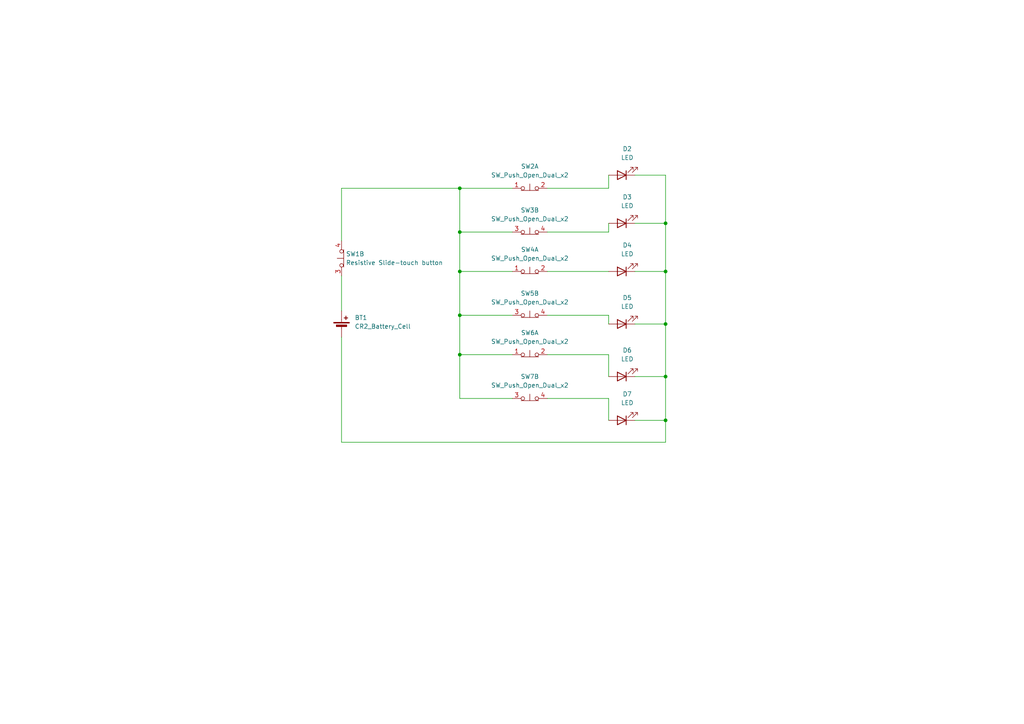
<source format=kicad_sch>
(kicad_sch
	(version 20231120)
	(generator "eeschema")
	(generator_version "8.0")
	(uuid "926fa2bd-52c0-45be-8441-f3f72e69f1df")
	(paper "A4")
	(lib_symbols
		(symbol "Device:Battery_Cell"
			(pin_numbers hide)
			(pin_names
				(offset 0) hide)
			(exclude_from_sim no)
			(in_bom yes)
			(on_board yes)
			(property "Reference" "BT"
				(at 2.54 2.54 0)
				(effects
					(font
						(size 1.27 1.27)
					)
					(justify left)
				)
			)
			(property "Value" "Battery_Cell"
				(at 2.54 0 0)
				(effects
					(font
						(size 1.27 1.27)
					)
					(justify left)
				)
			)
			(property "Footprint" ""
				(at 0 1.524 90)
				(effects
					(font
						(size 1.27 1.27)
					)
					(hide yes)
				)
			)
			(property "Datasheet" "~"
				(at 0 1.524 90)
				(effects
					(font
						(size 1.27 1.27)
					)
					(hide yes)
				)
			)
			(property "Description" "Single-cell battery"
				(at 0 0 0)
				(effects
					(font
						(size 1.27 1.27)
					)
					(hide yes)
				)
			)
			(property "ki_keywords" "battery cell"
				(at 0 0 0)
				(effects
					(font
						(size 1.27 1.27)
					)
					(hide yes)
				)
			)
			(symbol "Battery_Cell_0_1"
				(rectangle
					(start -2.286 1.778)
					(end 2.286 1.524)
					(stroke
						(width 0)
						(type default)
					)
					(fill
						(type outline)
					)
				)
				(rectangle
					(start -1.524 1.016)
					(end 1.524 0.508)
					(stroke
						(width 0)
						(type default)
					)
					(fill
						(type outline)
					)
				)
				(polyline
					(pts
						(xy 0 0.762) (xy 0 0)
					)
					(stroke
						(width 0)
						(type default)
					)
					(fill
						(type none)
					)
				)
				(polyline
					(pts
						(xy 0 1.778) (xy 0 2.54)
					)
					(stroke
						(width 0)
						(type default)
					)
					(fill
						(type none)
					)
				)
				(polyline
					(pts
						(xy 0.762 3.048) (xy 1.778 3.048)
					)
					(stroke
						(width 0.254)
						(type default)
					)
					(fill
						(type none)
					)
				)
				(polyline
					(pts
						(xy 1.27 3.556) (xy 1.27 2.54)
					)
					(stroke
						(width 0.254)
						(type default)
					)
					(fill
						(type none)
					)
				)
			)
			(symbol "Battery_Cell_1_1"
				(pin passive line
					(at 0 5.08 270)
					(length 2.54)
					(name "+"
						(effects
							(font
								(size 1.27 1.27)
							)
						)
					)
					(number "1"
						(effects
							(font
								(size 1.27 1.27)
							)
						)
					)
				)
				(pin passive line
					(at 0 -2.54 90)
					(length 2.54)
					(name "-"
						(effects
							(font
								(size 1.27 1.27)
							)
						)
					)
					(number "2"
						(effects
							(font
								(size 1.27 1.27)
							)
						)
					)
				)
			)
		)
		(symbol "Device:LED"
			(pin_numbers hide)
			(pin_names
				(offset 1.016) hide)
			(exclude_from_sim no)
			(in_bom yes)
			(on_board yes)
			(property "Reference" "D"
				(at 0 2.54 0)
				(effects
					(font
						(size 1.27 1.27)
					)
				)
			)
			(property "Value" "LED"
				(at 0 -2.54 0)
				(effects
					(font
						(size 1.27 1.27)
					)
				)
			)
			(property "Footprint" ""
				(at 0 0 0)
				(effects
					(font
						(size 1.27 1.27)
					)
					(hide yes)
				)
			)
			(property "Datasheet" "~"
				(at 0 0 0)
				(effects
					(font
						(size 1.27 1.27)
					)
					(hide yes)
				)
			)
			(property "Description" "Light emitting diode"
				(at 0 0 0)
				(effects
					(font
						(size 1.27 1.27)
					)
					(hide yes)
				)
			)
			(property "ki_keywords" "LED diode"
				(at 0 0 0)
				(effects
					(font
						(size 1.27 1.27)
					)
					(hide yes)
				)
			)
			(property "ki_fp_filters" "LED* LED_SMD:* LED_THT:*"
				(at 0 0 0)
				(effects
					(font
						(size 1.27 1.27)
					)
					(hide yes)
				)
			)
			(symbol "LED_0_1"
				(polyline
					(pts
						(xy -1.27 -1.27) (xy -1.27 1.27)
					)
					(stroke
						(width 0.254)
						(type default)
					)
					(fill
						(type none)
					)
				)
				(polyline
					(pts
						(xy -1.27 0) (xy 1.27 0)
					)
					(stroke
						(width 0)
						(type default)
					)
					(fill
						(type none)
					)
				)
				(polyline
					(pts
						(xy 1.27 -1.27) (xy 1.27 1.27) (xy -1.27 0) (xy 1.27 -1.27)
					)
					(stroke
						(width 0.254)
						(type default)
					)
					(fill
						(type none)
					)
				)
				(polyline
					(pts
						(xy -3.048 -0.762) (xy -4.572 -2.286) (xy -3.81 -2.286) (xy -4.572 -2.286) (xy -4.572 -1.524)
					)
					(stroke
						(width 0)
						(type default)
					)
					(fill
						(type none)
					)
				)
				(polyline
					(pts
						(xy -1.778 -0.762) (xy -3.302 -2.286) (xy -2.54 -2.286) (xy -3.302 -2.286) (xy -3.302 -1.524)
					)
					(stroke
						(width 0)
						(type default)
					)
					(fill
						(type none)
					)
				)
			)
			(symbol "LED_1_1"
				(pin passive line
					(at -3.81 0 0)
					(length 2.54)
					(name "K"
						(effects
							(font
								(size 1.27 1.27)
							)
						)
					)
					(number "1"
						(effects
							(font
								(size 1.27 1.27)
							)
						)
					)
				)
				(pin passive line
					(at 3.81 0 180)
					(length 2.54)
					(name "A"
						(effects
							(font
								(size 1.27 1.27)
							)
						)
					)
					(number "2"
						(effects
							(font
								(size 1.27 1.27)
							)
						)
					)
				)
			)
		)
		(symbol "Switch:SW_Push_Open_Dual_x2"
			(pin_names
				(offset 1.016) hide)
			(exclude_from_sim no)
			(in_bom yes)
			(on_board yes)
			(property "Reference" "SW"
				(at 0 2.54 0)
				(effects
					(font
						(size 1.27 1.27)
					)
				)
			)
			(property "Value" "SW_Push_Open_Dual_x2"
				(at 0 -1.905 0)
				(effects
					(font
						(size 1.27 1.27)
					)
				)
			)
			(property "Footprint" ""
				(at 0 5.08 0)
				(effects
					(font
						(size 1.27 1.27)
					)
					(hide yes)
				)
			)
			(property "Datasheet" "~"
				(at 0 5.08 0)
				(effects
					(font
						(size 1.27 1.27)
					)
					(hide yes)
				)
			)
			(property "Description" "Push button switch, push-to-open, generic, two pins"
				(at 0 0 0)
				(effects
					(font
						(size 1.27 1.27)
					)
					(hide yes)
				)
			)
			(property "ki_keywords" "switch normally-closed pushbutton push-button"
				(at 0 0 0)
				(effects
					(font
						(size 1.27 1.27)
					)
					(hide yes)
				)
			)
			(symbol "SW_Push_Open_Dual_x2_0_1"
				(circle
					(center -2.032 0)
					(radius 0.508)
					(stroke
						(width 0)
						(type default)
					)
					(fill
						(type none)
					)
				)
				(polyline
					(pts
						(xy -2.54 -0.635) (xy 2.54 -0.635)
					)
					(stroke
						(width 0)
						(type default)
					)
					(fill
						(type none)
					)
				)
				(polyline
					(pts
						(xy 0 -0.635) (xy 0 1.27)
					)
					(stroke
						(width 0)
						(type default)
					)
					(fill
						(type none)
					)
				)
				(circle
					(center 2.032 0)
					(radius 0.508)
					(stroke
						(width 0)
						(type default)
					)
					(fill
						(type none)
					)
				)
			)
			(symbol "SW_Push_Open_Dual_x2_1_1"
				(pin passive line
					(at -5.08 0 0)
					(length 2.54)
					(name "1"
						(effects
							(font
								(size 1.27 1.27)
							)
						)
					)
					(number "1"
						(effects
							(font
								(size 1.27 1.27)
							)
						)
					)
				)
				(pin passive line
					(at 5.08 0 180)
					(length 2.54)
					(name "2"
						(effects
							(font
								(size 1.27 1.27)
							)
						)
					)
					(number "2"
						(effects
							(font
								(size 1.27 1.27)
							)
						)
					)
				)
			)
			(symbol "SW_Push_Open_Dual_x2_2_1"
				(pin passive line
					(at -5.08 0 0)
					(length 2.54)
					(name "1"
						(effects
							(font
								(size 1.27 1.27)
							)
						)
					)
					(number "3"
						(effects
							(font
								(size 1.27 1.27)
							)
						)
					)
				)
				(pin passive line
					(at 5.08 0 180)
					(length 2.54)
					(name "2"
						(effects
							(font
								(size 1.27 1.27)
							)
						)
					)
					(number "4"
						(effects
							(font
								(size 1.27 1.27)
							)
						)
					)
				)
			)
		)
	)
	(junction
		(at 133.35 54.61)
		(diameter 0)
		(color 0 0 0 0)
		(uuid "098a0323-66dc-46da-bbce-460463b157fc")
	)
	(junction
		(at 193.04 109.22)
		(diameter 0)
		(color 0 0 0 0)
		(uuid "38ebf45e-daf9-4d9f-8cfa-75969342eb32")
	)
	(junction
		(at 133.35 91.44)
		(diameter 0)
		(color 0 0 0 0)
		(uuid "3bd0de59-be9f-46a2-b47f-189e6241e409")
	)
	(junction
		(at 133.35 102.87)
		(diameter 0)
		(color 0 0 0 0)
		(uuid "5d410dac-d81f-4b02-8289-8c3b54a42654")
	)
	(junction
		(at 133.35 78.74)
		(diameter 0)
		(color 0 0 0 0)
		(uuid "925d1509-04e7-4873-ae40-4d187bb1e1cc")
	)
	(junction
		(at 193.04 121.92)
		(diameter 0)
		(color 0 0 0 0)
		(uuid "936c9784-d9c4-4444-b60d-4b4799d87f18")
	)
	(junction
		(at 193.04 78.74)
		(diameter 0)
		(color 0 0 0 0)
		(uuid "efe7322b-b0a4-41cb-ba2e-2ce1c129f6ab")
	)
	(junction
		(at 193.04 64.77)
		(diameter 0)
		(color 0 0 0 0)
		(uuid "f0a64125-2a64-4ce2-bb7d-e98dc1037f88")
	)
	(junction
		(at 133.35 67.31)
		(diameter 0)
		(color 0 0 0 0)
		(uuid "f4c86f4c-395c-47fa-9d67-179e25c7cb34")
	)
	(junction
		(at 193.04 93.98)
		(diameter 0)
		(color 0 0 0 0)
		(uuid "fc3737c4-957c-4fdc-9b46-7838bfbdeced")
	)
	(wire
		(pts
			(xy 158.75 91.44) (xy 176.53 91.44)
		)
		(stroke
			(width 0)
			(type default)
		)
		(uuid "07f3cc91-7f51-4fa3-a755-3f40942856c4")
	)
	(wire
		(pts
			(xy 99.06 97.79) (xy 99.06 128.27)
		)
		(stroke
			(width 0)
			(type default)
		)
		(uuid "0ae733c5-919c-440d-9711-5ad2ee6d31e0")
	)
	(wire
		(pts
			(xy 193.04 78.74) (xy 193.04 93.98)
		)
		(stroke
			(width 0)
			(type default)
		)
		(uuid "21965c4a-f186-4f16-ba6a-bb73b099596c")
	)
	(wire
		(pts
			(xy 176.53 91.44) (xy 176.53 93.98)
		)
		(stroke
			(width 0)
			(type default)
		)
		(uuid "2209289e-94f6-4f70-957b-d8cf00d82f1f")
	)
	(wire
		(pts
			(xy 133.35 91.44) (xy 148.59 91.44)
		)
		(stroke
			(width 0)
			(type default)
		)
		(uuid "2810b47e-4f9a-4c9a-814c-cf6d084de7ac")
	)
	(wire
		(pts
			(xy 184.15 64.77) (xy 193.04 64.77)
		)
		(stroke
			(width 0)
			(type default)
		)
		(uuid "37919954-0f9f-4543-a18a-30bfe60b6c79")
	)
	(wire
		(pts
			(xy 158.75 54.61) (xy 176.53 54.61)
		)
		(stroke
			(width 0)
			(type default)
		)
		(uuid "3d4891e9-52fb-47f4-ba59-fbd74459a887")
	)
	(wire
		(pts
			(xy 133.35 78.74) (xy 133.35 91.44)
		)
		(stroke
			(width 0)
			(type default)
		)
		(uuid "3edd257b-795a-4ff3-917a-15cb605c02a6")
	)
	(wire
		(pts
			(xy 133.35 67.31) (xy 133.35 78.74)
		)
		(stroke
			(width 0)
			(type default)
		)
		(uuid "40e7052d-5a57-4bfc-a465-4d1961944fbf")
	)
	(wire
		(pts
			(xy 184.15 78.74) (xy 193.04 78.74)
		)
		(stroke
			(width 0)
			(type default)
		)
		(uuid "464382f2-cb35-448c-b1cc-ebe33fccdac1")
	)
	(wire
		(pts
			(xy 99.06 69.85) (xy 99.06 54.61)
		)
		(stroke
			(width 0)
			(type default)
		)
		(uuid "49a70ecc-1eeb-4cd2-a24f-bfd796a7b499")
	)
	(wire
		(pts
			(xy 133.35 91.44) (xy 133.35 102.87)
		)
		(stroke
			(width 0)
			(type default)
		)
		(uuid "4cc6128d-3ef9-44e1-88cf-dd6a7901a771")
	)
	(wire
		(pts
			(xy 133.35 102.87) (xy 133.35 115.57)
		)
		(stroke
			(width 0)
			(type default)
		)
		(uuid "61668e19-2cb7-45d8-9252-be4e9e2b9876")
	)
	(wire
		(pts
			(xy 99.06 54.61) (xy 133.35 54.61)
		)
		(stroke
			(width 0)
			(type default)
		)
		(uuid "6227fdd6-3d3a-4645-a7ba-f48f8363a122")
	)
	(wire
		(pts
			(xy 176.53 54.61) (xy 176.53 50.8)
		)
		(stroke
			(width 0)
			(type default)
		)
		(uuid "660ecbe5-e950-4dea-a914-a452fec9fc56")
	)
	(wire
		(pts
			(xy 184.15 50.8) (xy 193.04 50.8)
		)
		(stroke
			(width 0)
			(type default)
		)
		(uuid "6fbe48ae-9523-4005-8e57-f68d82cd054b")
	)
	(wire
		(pts
			(xy 133.35 102.87) (xy 148.59 102.87)
		)
		(stroke
			(width 0)
			(type default)
		)
		(uuid "7fed5424-3a2b-486e-b328-bcd5097466e5")
	)
	(wire
		(pts
			(xy 176.53 67.31) (xy 176.53 64.77)
		)
		(stroke
			(width 0)
			(type default)
		)
		(uuid "80d3516f-f0be-41df-a844-ad2f5de68d83")
	)
	(wire
		(pts
			(xy 133.35 54.61) (xy 133.35 67.31)
		)
		(stroke
			(width 0)
			(type default)
		)
		(uuid "8122cd4f-c669-4705-a424-e9d89fbb0ae4")
	)
	(wire
		(pts
			(xy 133.35 78.74) (xy 148.59 78.74)
		)
		(stroke
			(width 0)
			(type default)
		)
		(uuid "88cdd445-ea08-4002-bdc1-4f60136d9e67")
	)
	(wire
		(pts
			(xy 176.53 102.87) (xy 176.53 109.22)
		)
		(stroke
			(width 0)
			(type default)
		)
		(uuid "907baa4f-7350-4697-91e6-bf66bc4d0e05")
	)
	(wire
		(pts
			(xy 193.04 50.8) (xy 193.04 64.77)
		)
		(stroke
			(width 0)
			(type default)
		)
		(uuid "92e9e467-d482-4f49-9608-e7e414e51658")
	)
	(wire
		(pts
			(xy 158.75 115.57) (xy 176.53 115.57)
		)
		(stroke
			(width 0)
			(type default)
		)
		(uuid "946423a0-ff25-44ec-aa1b-a49c76ed0beb")
	)
	(wire
		(pts
			(xy 158.75 67.31) (xy 176.53 67.31)
		)
		(stroke
			(width 0)
			(type default)
		)
		(uuid "9bc557e6-3762-435f-8ea5-f6aeefe88b39")
	)
	(wire
		(pts
			(xy 176.53 115.57) (xy 176.53 121.92)
		)
		(stroke
			(width 0)
			(type default)
		)
		(uuid "a2bb90cf-075f-44d2-98e5-98e50cc7f352")
	)
	(wire
		(pts
			(xy 133.35 54.61) (xy 148.59 54.61)
		)
		(stroke
			(width 0)
			(type default)
		)
		(uuid "a997f1ff-ece8-4bbc-be4e-c890b7e51f84")
	)
	(wire
		(pts
			(xy 184.15 109.22) (xy 193.04 109.22)
		)
		(stroke
			(width 0)
			(type default)
		)
		(uuid "abe022bd-fad5-4de9-a62a-df5aa2d88821")
	)
	(wire
		(pts
			(xy 193.04 93.98) (xy 193.04 109.22)
		)
		(stroke
			(width 0)
			(type default)
		)
		(uuid "b5c51dc4-e4ad-43da-a56f-9992f66d069c")
	)
	(wire
		(pts
			(xy 184.15 93.98) (xy 193.04 93.98)
		)
		(stroke
			(width 0)
			(type default)
		)
		(uuid "b8bb3b43-2382-48b6-abdb-7d89f9052b90")
	)
	(wire
		(pts
			(xy 158.75 102.87) (xy 176.53 102.87)
		)
		(stroke
			(width 0)
			(type default)
		)
		(uuid "b934ac6d-a08b-49a4-b064-6a540c158999")
	)
	(wire
		(pts
			(xy 184.15 121.92) (xy 193.04 121.92)
		)
		(stroke
			(width 0)
			(type default)
		)
		(uuid "bd1d66d5-e741-46f2-87a9-5f3681077e2f")
	)
	(wire
		(pts
			(xy 133.35 115.57) (xy 148.59 115.57)
		)
		(stroke
			(width 0)
			(type default)
		)
		(uuid "c06ea101-f2df-4cd1-ac04-61ba217faa82")
	)
	(wire
		(pts
			(xy 158.75 78.74) (xy 176.53 78.74)
		)
		(stroke
			(width 0)
			(type default)
		)
		(uuid "cd556ec0-186a-4b2b-a9fd-7472fc11b203")
	)
	(wire
		(pts
			(xy 99.06 80.01) (xy 99.06 90.17)
		)
		(stroke
			(width 0)
			(type default)
		)
		(uuid "d28b010a-9cdc-483b-9f59-c5f9d7744411")
	)
	(wire
		(pts
			(xy 193.04 128.27) (xy 99.06 128.27)
		)
		(stroke
			(width 0)
			(type default)
		)
		(uuid "d6e04c25-a7d7-432e-be10-d137f59fb382")
	)
	(wire
		(pts
			(xy 193.04 109.22) (xy 193.04 121.92)
		)
		(stroke
			(width 0)
			(type default)
		)
		(uuid "d6fd29d0-563f-4cdf-abed-58ba387563e3")
	)
	(wire
		(pts
			(xy 133.35 67.31) (xy 148.59 67.31)
		)
		(stroke
			(width 0)
			(type default)
		)
		(uuid "e40497db-d205-407f-9bfb-4c949e9a0dd2")
	)
	(wire
		(pts
			(xy 193.04 64.77) (xy 193.04 78.74)
		)
		(stroke
			(width 0)
			(type default)
		)
		(uuid "ee42dd38-7be1-4938-a8e6-a332d12b3840")
	)
	(wire
		(pts
			(xy 193.04 121.92) (xy 193.04 128.27)
		)
		(stroke
			(width 0)
			(type default)
		)
		(uuid "f74b21a4-14d5-49cc-a722-4129baccbc4a")
	)
	(symbol
		(lib_id "Device:LED")
		(at 180.34 93.98 180)
		(unit 1)
		(exclude_from_sim no)
		(in_bom yes)
		(on_board yes)
		(dnp no)
		(fields_autoplaced yes)
		(uuid "0055a993-8255-4a02-88cc-b0ada8be68d4")
		(property "Reference" "D5"
			(at 181.9275 86.36 0)
			(effects
				(font
					(size 1.27 1.27)
				)
			)
		)
		(property "Value" "LED"
			(at 181.9275 88.9 0)
			(effects
				(font
					(size 1.27 1.27)
				)
			)
		)
		(property "Footprint" "LED_SMD:LED_0201_0603Metric"
			(at 180.34 93.98 0)
			(effects
				(font
					(size 1.27 1.27)
				)
				(hide yes)
			)
		)
		(property "Datasheet" "LTW-FC03DCD5"
			(at 180.34 93.98 0)
			(effects
				(font
					(size 1.27 1.27)
				)
				(hide yes)
			)
		)
		(property "Description" "Light emitting diode"
			(at 180.34 93.98 0)
			(effects
				(font
					(size 1.27 1.27)
				)
				(hide yes)
			)
		)
		(pin "1"
			(uuid "7e1c6cdb-7a60-4ecb-bc2e-16089a02208a")
		)
		(pin "2"
			(uuid "a5e4d368-b4ed-4c86-8c57-2757c763b882")
		)
		(instances
			(project "Map Lights"
				(path "/926fa2bd-52c0-45be-8441-f3f72e69f1df"
					(reference "D5")
					(unit 1)
				)
			)
		)
	)
	(symbol
		(lib_id "Device:LED")
		(at 180.34 78.74 180)
		(unit 1)
		(exclude_from_sim no)
		(in_bom yes)
		(on_board yes)
		(dnp no)
		(fields_autoplaced yes)
		(uuid "0a152d72-f8ca-4e08-a000-59f3660c62d0")
		(property "Reference" "D4"
			(at 181.9275 71.12 0)
			(effects
				(font
					(size 1.27 1.27)
				)
			)
		)
		(property "Value" "LED"
			(at 181.9275 73.66 0)
			(effects
				(font
					(size 1.27 1.27)
				)
			)
		)
		(property "Footprint" "LED_SMD:LED_0201_0603Metric"
			(at 180.34 78.74 0)
			(effects
				(font
					(size 1.27 1.27)
				)
				(hide yes)
			)
		)
		(property "Datasheet" "LTW-FC03DCD5"
			(at 180.34 78.74 0)
			(effects
				(font
					(size 1.27 1.27)
				)
				(hide yes)
			)
		)
		(property "Description" "Light emitting diode"
			(at 180.34 78.74 0)
			(effects
				(font
					(size 1.27 1.27)
				)
				(hide yes)
			)
		)
		(pin "1"
			(uuid "6f47d7eb-87b8-468f-8ffe-e9b6104a6c8b")
		)
		(pin "2"
			(uuid "9c730bdc-ea4a-45bc-ae1b-e1ee53dd537c")
		)
		(instances
			(project "Map Lights"
				(path "/926fa2bd-52c0-45be-8441-f3f72e69f1df"
					(reference "D4")
					(unit 1)
				)
			)
		)
	)
	(symbol
		(lib_id "Device:Battery_Cell")
		(at 99.06 95.25 0)
		(unit 1)
		(exclude_from_sim no)
		(in_bom yes)
		(on_board yes)
		(dnp no)
		(fields_autoplaced yes)
		(uuid "41ea9032-0d05-453c-a7ff-843758c5098c")
		(property "Reference" "BT1"
			(at 102.87 92.1384 0)
			(effects
				(font
					(size 1.27 1.27)
				)
				(justify left)
			)
		)
		(property "Value" "CR2_Battery_Cell"
			(at 102.87 94.6784 0)
			(effects
				(font
					(size 1.27 1.27)
				)
				(justify left)
			)
		)
		(property "Footprint" ""
			(at 99.06 93.726 90)
			(effects
				(font
					(size 1.27 1.27)
				)
				(hide yes)
			)
		)
		(property "Datasheet" "~36-1010-ND"
			(at 99.06 93.726 90)
			(effects
				(font
					(size 1.27 1.27)
				)
				(hide yes)
			)
		)
		(property "Description" "Single-cell battery"
			(at 99.06 95.25 0)
			(effects
				(font
					(size 1.27 1.27)
				)
				(hide yes)
			)
		)
		(pin "2"
			(uuid "2bc7f251-4ee8-4e00-af6c-0d3f308c0ddc")
		)
		(pin "1"
			(uuid "2d9b9cbe-7a1e-42b0-9a20-aa0109c4ed2b")
		)
		(instances
			(project ""
				(path "/926fa2bd-52c0-45be-8441-f3f72e69f1df"
					(reference "BT1")
					(unit 1)
				)
			)
		)
	)
	(symbol
		(lib_id "Switch:SW_Push_Open_Dual_x2")
		(at 153.67 91.44 0)
		(unit 2)
		(exclude_from_sim no)
		(in_bom yes)
		(on_board yes)
		(dnp no)
		(fields_autoplaced yes)
		(uuid "4fcfb889-1b01-40d0-a236-e2b01f4975cc")
		(property "Reference" "SW5"
			(at 153.67 85.09 0)
			(effects
				(font
					(size 1.27 1.27)
				)
			)
		)
		(property "Value" "SW_Push_Open_Dual_x2"
			(at 153.67 87.63 0)
			(effects
				(font
					(size 1.27 1.27)
				)
			)
		)
		(property "Footprint" "CustomLibrary:Solderable Stopgap Throughhole"
			(at 153.67 86.36 0)
			(effects
				(font
					(size 1.27 1.27)
				)
				(hide yes)
			)
		)
		(property "Datasheet" "~"
			(at 153.67 86.36 0)
			(effects
				(font
					(size 1.27 1.27)
				)
				(hide yes)
			)
		)
		(property "Description" "Post-production soldered test connection"
			(at 153.67 91.44 0)
			(effects
				(font
					(size 1.27 1.27)
				)
				(hide yes)
			)
		)
		(pin "3"
			(uuid "dc1d1c0f-e60e-45d1-9a20-87e513d5ca16")
		)
		(pin "4"
			(uuid "06223358-5a18-4243-9c7e-40aad3530c9c")
		)
		(pin "2"
			(uuid "2e04ec94-b56e-454a-84be-24127a38364c")
		)
		(pin "1"
			(uuid "fae50565-6c86-476c-9ef6-9bab558f65e8")
		)
		(instances
			(project "Map Lights"
				(path "/926fa2bd-52c0-45be-8441-f3f72e69f1df"
					(reference "SW5")
					(unit 2)
				)
			)
		)
	)
	(symbol
		(lib_id "Device:LED")
		(at 180.34 64.77 180)
		(unit 1)
		(exclude_from_sim no)
		(in_bom yes)
		(on_board yes)
		(dnp no)
		(fields_autoplaced yes)
		(uuid "6b05e10e-e27e-4826-baed-906d849ed221")
		(property "Reference" "D3"
			(at 181.9275 57.15 0)
			(effects
				(font
					(size 1.27 1.27)
				)
			)
		)
		(property "Value" "LED"
			(at 181.9275 59.69 0)
			(effects
				(font
					(size 1.27 1.27)
				)
			)
		)
		(property "Footprint" "LED_SMD:LED_0201_0603Metric"
			(at 180.34 64.77 0)
			(effects
				(font
					(size 1.27 1.27)
				)
				(hide yes)
			)
		)
		(property "Datasheet" "LTW-FC03DCD5"
			(at 180.34 64.77 0)
			(effects
				(font
					(size 1.27 1.27)
				)
				(hide yes)
			)
		)
		(property "Description" "Light emitting diode"
			(at 180.34 64.77 0)
			(effects
				(font
					(size 1.27 1.27)
				)
				(hide yes)
			)
		)
		(pin "1"
			(uuid "59cfd5b1-21d4-4e06-bf8b-72d466f61171")
		)
		(pin "2"
			(uuid "d1bd690f-d2c2-4903-af88-e90fb0cbb40e")
		)
		(instances
			(project ""
				(path "/926fa2bd-52c0-45be-8441-f3f72e69f1df"
					(reference "D3")
					(unit 1)
				)
			)
		)
	)
	(symbol
		(lib_id "Switch:SW_Push_Open_Dual_x2")
		(at 153.67 115.57 0)
		(unit 2)
		(exclude_from_sim no)
		(in_bom yes)
		(on_board yes)
		(dnp no)
		(fields_autoplaced yes)
		(uuid "6cdb0548-8678-448f-b5ad-e99ce019d27f")
		(property "Reference" "SW7"
			(at 153.67 109.22 0)
			(effects
				(font
					(size 1.27 1.27)
				)
			)
		)
		(property "Value" "SW_Push_Open_Dual_x2"
			(at 153.67 111.76 0)
			(effects
				(font
					(size 1.27 1.27)
				)
			)
		)
		(property "Footprint" "CustomLibrary:Solderable Stopgap Throughhole"
			(at 153.67 110.49 0)
			(effects
				(font
					(size 1.27 1.27)
				)
				(hide yes)
			)
		)
		(property "Datasheet" "~"
			(at 153.67 110.49 0)
			(effects
				(font
					(size 1.27 1.27)
				)
				(hide yes)
			)
		)
		(property "Description" "Post-production soldered test connection"
			(at 153.67 115.57 0)
			(effects
				(font
					(size 1.27 1.27)
				)
				(hide yes)
			)
		)
		(pin "3"
			(uuid "5ef5629b-b40d-41a1-87b8-bc9d67862c4d")
		)
		(pin "4"
			(uuid "b6cfbb19-9cdc-4544-acfe-11ad655a56b6")
		)
		(pin "2"
			(uuid "2e04ec94-b56e-454a-84be-24127a38364d")
		)
		(pin "1"
			(uuid "fae50565-6c86-476c-9ef6-9bab558f65e9")
		)
		(instances
			(project "Map Lights"
				(path "/926fa2bd-52c0-45be-8441-f3f72e69f1df"
					(reference "SW7")
					(unit 2)
				)
			)
		)
	)
	(symbol
		(lib_id "Switch:SW_Push_Open_Dual_x2")
		(at 99.06 74.93 90)
		(unit 2)
		(exclude_from_sim no)
		(in_bom yes)
		(on_board yes)
		(dnp no)
		(fields_autoplaced yes)
		(uuid "837ea5ed-a292-4f75-af56-798672386ef5")
		(property "Reference" "SW1"
			(at 100.33 73.6599 90)
			(effects
				(font
					(size 1.27 1.27)
				)
				(justify right)
			)
		)
		(property "Value" "Resistive Slide-touch button"
			(at 100.33 76.1999 90)
			(effects
				(font
					(size 1.27 1.27)
				)
				(justify right)
			)
		)
		(property "Footprint" "CustomLibrary:Resistive Slide-Touch Button"
			(at 93.98 74.93 0)
			(effects
				(font
					(size 1.27 1.27)
				)
				(hide yes)
			)
		)
		(property "Datasheet" "~"
			(at 93.98 74.93 0)
			(effects
				(font
					(size 1.27 1.27)
				)
				(hide yes)
			)
		)
		(property "Description" "SMD resistive touch button."
			(at 99.06 74.93 0)
			(effects
				(font
					(size 1.27 1.27)
				)
				(hide yes)
			)
		)
		(pin "3"
			(uuid "0e083da9-5f74-4321-9685-b8f7c9b918be")
		)
		(pin "4"
			(uuid "69077b2c-d643-4e3e-acab-195f1c1293aa")
		)
		(pin "2"
			(uuid "2e04ec94-b56e-454a-84be-24127a38364e")
		)
		(pin "1"
			(uuid "fae50565-6c86-476c-9ef6-9bab558f65ea")
		)
		(instances
			(project "Map Lights"
				(path "/926fa2bd-52c0-45be-8441-f3f72e69f1df"
					(reference "SW1")
					(unit 2)
				)
			)
		)
	)
	(symbol
		(lib_id "Switch:SW_Push_Open_Dual_x2")
		(at 153.67 54.61 0)
		(unit 1)
		(exclude_from_sim no)
		(in_bom yes)
		(on_board yes)
		(dnp no)
		(fields_autoplaced yes)
		(uuid "92202062-a4a9-47cf-bc80-a40b36114a2d")
		(property "Reference" "SW2"
			(at 153.67 48.26 0)
			(effects
				(font
					(size 1.27 1.27)
				)
			)
		)
		(property "Value" "SW_Push_Open_Dual_x2"
			(at 153.67 50.8 0)
			(effects
				(font
					(size 1.27 1.27)
				)
			)
		)
		(property "Footprint" "CustomLibrary:Solderable Stopgap Throughhole"
			(at 153.67 49.53 0)
			(effects
				(font
					(size 1.27 1.27)
				)
				(hide yes)
			)
		)
		(property "Datasheet" "~"
			(at 153.67 49.53 0)
			(effects
				(font
					(size 1.27 1.27)
				)
				(hide yes)
			)
		)
		(property "Description" "Post-production soldered test connection"
			(at 153.67 54.61 0)
			(effects
				(font
					(size 1.27 1.27)
				)
				(hide yes)
			)
		)
		(pin "3"
			(uuid "82c03dfb-c68e-4646-9a49-9d06a07f8f1e")
		)
		(pin "4"
			(uuid "f7a9f775-7271-443a-8729-23a30b3f8fef")
		)
		(pin "2"
			(uuid "2e04ec94-b56e-454a-84be-24127a38364b")
		)
		(pin "1"
			(uuid "fae50565-6c86-476c-9ef6-9bab558f65e7")
		)
		(instances
			(project ""
				(path "/926fa2bd-52c0-45be-8441-f3f72e69f1df"
					(reference "SW2")
					(unit 1)
				)
			)
		)
	)
	(symbol
		(lib_id "Switch:SW_Push_Open_Dual_x2")
		(at 153.67 67.31 0)
		(unit 2)
		(exclude_from_sim no)
		(in_bom yes)
		(on_board yes)
		(dnp no)
		(fields_autoplaced yes)
		(uuid "942fa7de-41eb-44a1-8913-76343901736a")
		(property "Reference" "SW3"
			(at 153.67 60.96 0)
			(effects
				(font
					(size 1.27 1.27)
				)
			)
		)
		(property "Value" "SW_Push_Open_Dual_x2"
			(at 153.67 63.5 0)
			(effects
				(font
					(size 1.27 1.27)
				)
			)
		)
		(property "Footprint" "CustomLibrary:Solderable Stopgap Throughhole"
			(at 153.67 62.23 0)
			(effects
				(font
					(size 1.27 1.27)
				)
				(hide yes)
			)
		)
		(property "Datasheet" "~"
			(at 153.67 62.23 0)
			(effects
				(font
					(size 1.27 1.27)
				)
				(hide yes)
			)
		)
		(property "Description" "Post-production soldered test connection"
			(at 153.67 67.31 0)
			(effects
				(font
					(size 1.27 1.27)
				)
				(hide yes)
			)
		)
		(pin "3"
			(uuid "82c03dfb-c68e-4646-9a49-9d06a07f8f1f")
		)
		(pin "4"
			(uuid "f7a9f775-7271-443a-8729-23a30b3f8ff0")
		)
		(pin "2"
			(uuid "2e04ec94-b56e-454a-84be-24127a38364f")
		)
		(pin "1"
			(uuid "fae50565-6c86-476c-9ef6-9bab558f65eb")
		)
		(instances
			(project ""
				(path "/926fa2bd-52c0-45be-8441-f3f72e69f1df"
					(reference "SW3")
					(unit 2)
				)
			)
		)
	)
	(symbol
		(lib_id "Device:LED")
		(at 180.34 50.8 180)
		(unit 1)
		(exclude_from_sim no)
		(in_bom yes)
		(on_board yes)
		(dnp no)
		(fields_autoplaced yes)
		(uuid "b3a59563-8ce1-4227-91d5-021562e84140")
		(property "Reference" "D2"
			(at 181.9275 43.18 0)
			(effects
				(font
					(size 1.27 1.27)
				)
			)
		)
		(property "Value" "LED"
			(at 181.9275 45.72 0)
			(effects
				(font
					(size 1.27 1.27)
				)
			)
		)
		(property "Footprint" "LED_SMD:LED_0201_0603Metric"
			(at 180.34 50.8 0)
			(effects
				(font
					(size 1.27 1.27)
				)
				(hide yes)
			)
		)
		(property "Datasheet" "LTW-FC03DCD5"
			(at 180.34 50.8 0)
			(effects
				(font
					(size 1.27 1.27)
				)
				(hide yes)
			)
		)
		(property "Description" "Light emitting diode"
			(at 180.34 50.8 0)
			(effects
				(font
					(size 1.27 1.27)
				)
				(hide yes)
			)
		)
		(pin "1"
			(uuid "2c8a1f01-54fd-43c6-adf1-749df93dfaf8")
		)
		(pin "2"
			(uuid "f755a609-d24a-4380-a872-526430e34a6e")
		)
		(instances
			(project ""
				(path "/926fa2bd-52c0-45be-8441-f3f72e69f1df"
					(reference "D2")
					(unit 1)
				)
			)
		)
	)
	(symbol
		(lib_id "Switch:SW_Push_Open_Dual_x2")
		(at 153.67 102.87 0)
		(unit 1)
		(exclude_from_sim no)
		(in_bom yes)
		(on_board yes)
		(dnp no)
		(fields_autoplaced yes)
		(uuid "c4442bf4-e43f-4033-80de-409d80b6f2ce")
		(property "Reference" "SW6"
			(at 153.67 96.52 0)
			(effects
				(font
					(size 1.27 1.27)
				)
			)
		)
		(property "Value" "SW_Push_Open_Dual_x2"
			(at 153.67 99.06 0)
			(effects
				(font
					(size 1.27 1.27)
				)
			)
		)
		(property "Footprint" "CustomLibrary:Solderable Stopgap Throughhole"
			(at 153.67 97.79 0)
			(effects
				(font
					(size 1.27 1.27)
				)
				(hide yes)
			)
		)
		(property "Datasheet" "~"
			(at 153.67 97.79 0)
			(effects
				(font
					(size 1.27 1.27)
				)
				(hide yes)
			)
		)
		(property "Description" "Post-production soldered test connection"
			(at 153.67 102.87 0)
			(effects
				(font
					(size 1.27 1.27)
				)
				(hide yes)
			)
		)
		(pin "3"
			(uuid "82c03dfb-c68e-4646-9a49-9d06a07f8f20")
		)
		(pin "4"
			(uuid "f7a9f775-7271-443a-8729-23a30b3f8ff1")
		)
		(pin "2"
			(uuid "db879079-cbe2-4f3d-af69-8ccb1c6c9455")
		)
		(pin "1"
			(uuid "61dc7615-c203-4d67-91ff-bd85f64948b4")
		)
		(instances
			(project "Map Lights"
				(path "/926fa2bd-52c0-45be-8441-f3f72e69f1df"
					(reference "SW6")
					(unit 1)
				)
			)
		)
	)
	(symbol
		(lib_id "Device:LED")
		(at 180.34 121.92 180)
		(unit 1)
		(exclude_from_sim no)
		(in_bom yes)
		(on_board yes)
		(dnp no)
		(fields_autoplaced yes)
		(uuid "cbd77237-99d4-4c9c-b52f-8fdc8330064a")
		(property "Reference" "D7"
			(at 181.9275 114.3 0)
			(effects
				(font
					(size 1.27 1.27)
				)
			)
		)
		(property "Value" "LED"
			(at 181.9275 116.84 0)
			(effects
				(font
					(size 1.27 1.27)
				)
			)
		)
		(property "Footprint" "LED_SMD:LED_0201_0603Metric"
			(at 180.34 121.92 0)
			(effects
				(font
					(size 1.27 1.27)
				)
				(hide yes)
			)
		)
		(property "Datasheet" "LTW-FC03DCD5"
			(at 180.34 121.92 0)
			(effects
				(font
					(size 1.27 1.27)
				)
				(hide yes)
			)
		)
		(property "Description" "Light emitting diode"
			(at 180.34 121.92 0)
			(effects
				(font
					(size 1.27 1.27)
				)
				(hide yes)
			)
		)
		(pin "1"
			(uuid "79d5c659-c93e-4771-8e2f-f0a4e151d73a")
		)
		(pin "2"
			(uuid "69144970-f569-4c6b-afb8-bb419a88a6cc")
		)
		(instances
			(project "Map Lights"
				(path "/926fa2bd-52c0-45be-8441-f3f72e69f1df"
					(reference "D7")
					(unit 1)
				)
			)
		)
	)
	(symbol
		(lib_id "Switch:SW_Push_Open_Dual_x2")
		(at 153.67 78.74 0)
		(unit 1)
		(exclude_from_sim no)
		(in_bom yes)
		(on_board yes)
		(dnp no)
		(fields_autoplaced yes)
		(uuid "e38cc283-dcc9-4d45-9423-57688189a941")
		(property "Reference" "SW4"
			(at 153.67 72.39 0)
			(effects
				(font
					(size 1.27 1.27)
				)
			)
		)
		(property "Value" "SW_Push_Open_Dual_x2"
			(at 153.67 74.93 0)
			(effects
				(font
					(size 1.27 1.27)
				)
			)
		)
		(property "Footprint" "CustomLibrary:Solderable Stopgap Throughhole"
			(at 153.67 73.66 0)
			(effects
				(font
					(size 1.27 1.27)
				)
				(hide yes)
			)
		)
		(property "Datasheet" "~"
			(at 153.67 73.66 0)
			(effects
				(font
					(size 1.27 1.27)
				)
				(hide yes)
			)
		)
		(property "Description" "Post-production soldered test connection"
			(at 153.67 78.74 0)
			(effects
				(font
					(size 1.27 1.27)
				)
				(hide yes)
			)
		)
		(pin "3"
			(uuid "82c03dfb-c68e-4646-9a49-9d06a07f8f21")
		)
		(pin "4"
			(uuid "f7a9f775-7271-443a-8729-23a30b3f8ff2")
		)
		(pin "2"
			(uuid "003a1c92-4b05-4e46-9a08-255d939fcc31")
		)
		(pin "1"
			(uuid "c33c5d6c-ed03-4482-80f7-1b9b4f5da101")
		)
		(instances
			(project "Map Lights"
				(path "/926fa2bd-52c0-45be-8441-f3f72e69f1df"
					(reference "SW4")
					(unit 1)
				)
			)
		)
	)
	(symbol
		(lib_id "Device:LED")
		(at 180.34 109.22 180)
		(unit 1)
		(exclude_from_sim no)
		(in_bom yes)
		(on_board yes)
		(dnp no)
		(fields_autoplaced yes)
		(uuid "f8a9d869-abfe-4b18-b5b3-758c5e64ee0b")
		(property "Reference" "D6"
			(at 181.9275 101.6 0)
			(effects
				(font
					(size 1.27 1.27)
				)
			)
		)
		(property "Value" "LED"
			(at 181.9275 104.14 0)
			(effects
				(font
					(size 1.27 1.27)
				)
			)
		)
		(property "Footprint" "LED_SMD:LED_0201_0603Metric"
			(at 180.34 109.22 0)
			(effects
				(font
					(size 1.27 1.27)
				)
				(hide yes)
			)
		)
		(property "Datasheet" "LTW-FC03DCD5"
			(at 180.34 109.22 0)
			(effects
				(font
					(size 1.27 1.27)
				)
				(hide yes)
			)
		)
		(property "Description" "Light emitting diode"
			(at 180.34 109.22 0)
			(effects
				(font
					(size 1.27 1.27)
				)
				(hide yes)
			)
		)
		(pin "1"
			(uuid "82516e1e-4de9-440c-b584-0a5f2bdaa84d")
		)
		(pin "2"
			(uuid "ef2ff852-9534-4bf4-8cf0-b85e205da117")
		)
		(instances
			(project "Map Lights"
				(path "/926fa2bd-52c0-45be-8441-f3f72e69f1df"
					(reference "D6")
					(unit 1)
				)
			)
		)
	)
	(sheet_instances
		(path "/"
			(page "1")
		)
	)
)

</source>
